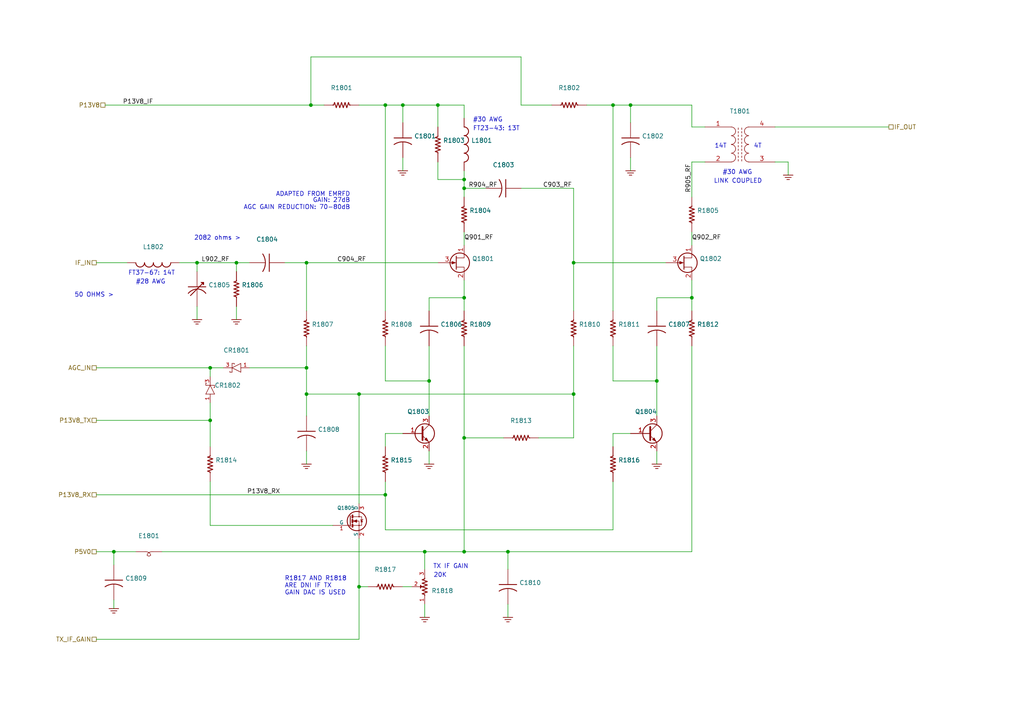
<source format=kicad_sch>
(kicad_sch (version 20211123) (generator eeschema)
  (paper "A4")
  (title_block (title "IF Amplifier with AGC") (rev "B") (company "WA6ZFT"))
  (lib_symbols
    (symbol "custom:BAT54" (pin_names (offset 1.016) hide)
      (property "Reference" "CR" (at -2.286 1.905 0))
      (property "Value" "BAT54" (at -2.286 -3.429 0))
      (symbol "BAT54_1_0"
        (polyline (pts (xy -1.27 -1.27) (xy 1.27 0)))
        (polyline (pts (xy -1.27 1.27) (xy -1.27 -1.27)))
        (polyline (pts (xy 0.635 -1.016) (xy 0.635 -1.27)))
        (polyline (pts (xy 1.27 -1.27) (xy 0.635 -1.27)))
        (polyline (pts (xy 1.27 0) (xy -1.27 1.27)))
        (polyline (pts (xy 1.27 0) (xy 1.27 -1.27)))
        (polyline (pts (xy 1.27 1.27) (xy 1.27 0)))
        (polyline (pts (xy 1.905 1.27) (xy 1.27 1.27)))
        (polyline (pts (xy 1.905 1.27) (xy 1.905 1.016)))
      )
      (symbol "BAT54_1_1"
        (pin passive line (at -3.81 0 0) (length 2.54) (name "A") (number "1"))
        (pin no_connect line (at -1.27 -5.08 0) (length 5.08) hide (name "") (number "2"))
        (pin passive line (at 3.81 0 180) (length 2.54) (name "C") (number "3"))
      )
    )
    (symbol "custom:BSS138" (pin_names (offset 0))
      (property "Reference" "Q" (at 0 -3.7846 0))
      (property "Value" "BSS138" (at 0 3.81 0))
      (symbol "BSS138_0_1"
        (polyline (pts (xy 0.635 -1.016) (xy 0.635 -1.651)) (stroke (width 0.508)))
        (polyline (pts (xy 0.635 0.381) (xy 0.635 -0.381)) (stroke (width 0.508)))
        (polyline (pts (xy 0.635 1.651) (xy 0.635 1.016)) (stroke (width 0.508)))
        (polyline (pts (xy 3.048 0.381) (xy 2.921 0.254)))
        (polyline (pts (xy 3.048 0.381) (xy 3.556 0.381)))
        (polyline (pts (xy 3.556 0.381) (xy 3.683 0.508)))
        (polyline (pts (xy 0 1.524) (xy 0 -1.524) (xy 0 -1.524)) (stroke (width 0.254)))
        (polyline (pts (xy 0.762 -1.27) (xy 2.54 -1.27) (xy 2.54 -2.54) (xy 2.54 -2.54)))
        (polyline (pts (xy 0.762 1.27) (xy 2.54 1.27) (xy 2.54 2.54) (xy 2.54 2.54)))
        (polyline (pts (xy 2.54 1.27) (xy 3.302 1.27) (xy 3.302 -1.27) (xy 2.54 -1.27)))
        (polyline (pts (xy 3.302 0.381) (xy 3.048 -0.254) (xy 3.556 -0.254) (xy 3.302 0.381)) (fill (type outline)))
        (polyline (pts (xy 0.762 0) (xy 1.27 0) (xy 2.54 0) (xy 2.54 -1.27) (xy 2.54 -1.27)))
        (polyline (pts (xy 0.889 0) (xy 1.905 0.381) (xy 1.905 -0.381) (xy 0.889 0) (xy 1.016 0) (xy 1.016 0)) (fill (type outline)))
        (circle (center 1.905 0) (radius 2.794) (stroke (width 0.254)))
        (circle (center 2.54 -1.27) (radius 0.127))
        (circle (center 2.54 1.27) (radius 0.127))
      )
      (symbol "BSS138_1_1"
        (pin passive line (at -5.08 -1.27 0) (length 5.08) (name "G") (number "1"))
        (pin passive line (at 2.54 -5.08 90) (length 2.54) (name "S") (number "2"))
        (pin passive line (at 2.54 5.08 270) (length 2.54) (name "D") (number "3"))
      )
    )
    (symbol "custom:CVAR_US" (pin_numbers hide) (pin_names (offset 0.254))
      (property "Reference" "C" (at 1.27 3.048 0))
      (property "Value" "CVAR_US" (at 1.27 -2.54 0))
      (symbol "CVAR_US_0_1"
        (arc (start 0 0) (mid -1.397 -0.381) (end -2.54 -1.27) (stroke (width 0.254)))
        (polyline (pts (xy -2.54 0.635) (xy 2.54 0.635) (xy 2.54 0.635)) (stroke (width 0.254)))
        (polyline (pts (xy -1.905 -1.905) (xy 1.905 1.905) (xy 1.905 1.905)) (stroke (width 0.254)))
        (polyline (pts (xy 1.27 1.905) (xy 1.905 1.27) (xy 1.905 1.905) (xy 1.27 1.905) (xy 1.27 1.905)) (stroke (width 0.254)) (fill (type outline)))
        (arc (start 2.54 -1.27) (mid 1.4199 -0.3352) (end 0 0) (stroke (width 0.254)))
      )
      (symbol "CVAR_US_1_1"
        (pin passive line (at 0 5.08 270) (length 4.318) (name "~") (number "1"))
        (pin passive line (at 0 -5.08 90) (length 5.08) (name "~") (number "2"))
      )
    )
    (symbol "custom:C_US_0805_0.1UF_X7R_10%_50V_HS" (pin_numbers hide) (pin_names (offset 0.254) hide)
      (property "Reference" "C" (at 1.27 2.54 0))
      (property "Value" "C_US_0805_0.1UF_X7R_10%_50V_HS" (at 1.27 -2.54 0))
      (symbol "C_US_0805_0.1UF_X7R_10%_50V_HS_0_1"
        (polyline (pts (xy -2.54 0.635) (xy 2.54 0.635) (xy 2.54 0.635)) (stroke (width 0.254)))
        (arc (start 2.54 -1.27) (mid 0 -0.5009) (end -2.54 -1.27) (stroke (width 0.254)))
      )
      (symbol "C_US_0805_0.1UF_X7R_10%_50V_HS_1_1"
        (pin passive line (at 0 5.08 270) (length 4.445) (name "~") (number "1"))
        (pin passive line (at 0 -5.08 90) (length 4.445) (name "~") (number "2"))
      )
    )
    (symbol "custom:FB0805" (pin_numbers hide) (pin_names (offset 1.016) hide)
      (property "Reference" "E" (at -4.318 1.27 0))
      (property "Value" "FB0805" (at -4.318 -4.064 0))
      (symbol "FB0805_1_0"
        (polyline (pts (xy -2.54 0) (xy -2.286 0)))
        (polyline (pts (xy -0.254 0) (xy 0 0)))
      )
      (symbol "FB0805_1_1"
        (arc (start -1.778 -1.016) (mid -1.27 -1.27) (end -0.762 -1.016))
        (arc (start -1.27 -0.254) (mid -1.7574 -0.0446) (end -2.286 0))
        (arc (start -1.27 -0.254) (mid -1.6002 -0.5842) (end -1.778 -1.016))
        (arc (start -0.762 -1.016) (mid -0.9352 -0.5811) (end -1.27 -0.254))
        (arc (start -0.254 0) (mid -0.7826 -0.0446) (end -1.27 -0.254))
        (pin passive line (at -5.08 0 0) (length 2.54) (name "1") (number "1"))
        (pin passive line (at 2.54 0 180) (length 2.54) (name "2") (number "2"))
      )
    )
    (symbol "custom:GND_US" (power) (pin_names (offset 0))
      (symbol "GND_US_0_1"
        (polyline (pts (xy -1.397 0) (xy 1.397 0)) (stroke (width 0.2032)))
        (polyline (pts (xy -0.889 -0.635) (xy 0.889 -0.635)) (stroke (width 0.2032)))
        (polyline (pts (xy -0.381 -1.27) (xy 0.381 -1.27)) (stroke (width 0.2032)))
      )
      (symbol "GND_US_1_1"
        (pin power_in line (at 0 0 90) (length 0) hide (name "GND") (number "1"))
      )
    )
    (symbol "custom:L_US" (pin_numbers hide) (pin_names (offset 1.016) hide)
      (property "Reference" "L" (at -1.27 0 90))
      (property "Value" "L_US" (at 2.54 0 90))
      (symbol "L_US_0_1"
        (arc (start 0 2.54) (mid 1.27 3.81) (end 0 5.08) (stroke (width 0.254)))
        (arc (start 0.0254 -5.0546) (mid 1.245 -3.7973) (end 0.0254 -2.54) (stroke (width 0.254)))
        (arc (start 0.0254 -2.5146) (mid 1.2704 -1.2319) (end 0.0254 0.0508) (stroke (width 0.254)))
        (arc (start 0.0254 0.0254) (mid 1.2704 1.3081) (end 0.0254 2.5908) (stroke (width 0.254)))
      )
      (symbol "L_US_1_1"
        (pin passive line (at 0 7.62 270) (length 2.54) (name "1") (number "1"))
        (pin passive line (at 0 -7.62 90) (length 2.54) (name "2") (number "2"))
      )
    )
    (symbol "custom:MMBFJ310" (pin_names (offset 0) hide)
      (property "Reference" "Q" (at 5.08 1.905 0))
      (property "Value" "MMBFJ310" (at 5.08 0 0))
      (symbol "MMBFJ310_0_1"
        (polyline (pts (xy 0.254 1.905) (xy 0.254 -1.905) (xy 0.254 -1.905)) (stroke (width 0.254)))
        (polyline (pts (xy 2.54 -2.54) (xy 2.54 -1.27) (xy 0.254 -1.27)))
        (polyline (pts (xy 2.54 2.54) (xy 2.54 1.397) (xy 0.254 1.397)))
        (polyline (pts (xy 0 0) (xy -1.016 0.381) (xy -1.016 -0.381) (xy 0 0)) (fill (type outline)))
        (circle (center 1.27 0) (radius 2.8194) (stroke (width 0.254)))
      )
      (symbol "MMBFJ310_1_1"
        (pin passive line (at 2.54 5.08 270) (length 2.54) (name "D") (number "1"))
        (pin passive line (at 2.54 -5.08 90) (length 2.54) (name "S") (number "2"))
        (pin input line (at -5.08 0 0) (length 5.334) (name "G") (number "3"))
      )
    )
    (symbol "custom:MMBT3904" (pin_names (offset 0) hide)
      (property "Reference" "Q" (at 5.08 1.905 0))
      (property "Value" "MMBT3904" (at 5.08 0 0))
      (symbol "MMBT3904_0_1"
        (polyline (pts (xy 0.635 0.635) (xy 2.54 2.54)))
        (polyline (pts (xy 0.635 -0.635) (xy 2.54 -2.54) (xy 2.54 -2.54)))
        (polyline (pts (xy 0.635 1.905) (xy 0.635 -1.905) (xy 0.635 -1.905)) (stroke (width 0.508)))
        (polyline (pts (xy 1.27 -1.778) (xy 1.778 -1.27) (xy 2.286 -2.286) (xy 1.27 -1.778) (xy 1.27 -1.778)) (fill (type outline)))
        (circle (center 1.27 0) (radius 2.8194) (stroke (width 0.254)))
      )
      (symbol "MMBT3904_1_1"
        (pin passive line (at -5.08 0 0) (length 5.715) (name "B") (number "1"))
        (pin passive line (at 2.54 -5.08 90) (length 2.54) (name "E") (number "2"))
        (pin passive line (at 2.54 5.08 270) (length 2.54) (name "C") (number "3"))
      )
    )
    (symbol "custom:POT_US" (pin_names (offset 0))
      (property "Reference" "R" (at 0 -3.81 0))
      (property "Value" "POT_US" (at 0 -2.032 0))
      (symbol "POT_US_0_0"
        (polyline (pts (xy -0.508 1.27) (xy 0.508 1.27) (xy 0 0.762)) (fill (type outline)))
        (polyline (pts (xy 0 0.762) (xy -0.508 -0.762) (xy -1.016 0.762) (xy -1.524 -0.762) (xy -2.032 0.762) (xy -2.286 0) (xy -2.54 0) (xy -2.54 0)) (stroke (width 0.254)))
        (polyline (pts (xy 0 0.762) (xy 0.508 -0.762) (xy 1.016 0.762) (xy 1.524 -0.762) (xy 2.032 0.762) (xy 2.286 0) (xy 2.54 0) (xy 2.54 0)) (stroke (width 0.254)))
      )
      (symbol "POT_US_1_1"
        (pin passive line (at -5.08 0 0) (length 2.54) (name "~") (number "1"))
        (pin passive line (at 0 3.81 270) (length 2.54) (name "~") (number "2"))
        (pin passive line (at 5.08 0 180) (length 2.54) (name "~") (number "3"))
      )
    )
    (symbol "custom:R_US" (pin_numbers hide) (pin_names (offset 1.016) hide)
      (property "Reference" "R" (at 2.032 0 90))
      (property "Value" "R_US" (at -2.032 0 90))
      (symbol "R_US_0_0"
        (polyline (pts (xy 0 -2.54) (xy 0 -2.54) (xy 0 -2.286) (xy -0.762 -2.032) (xy 0.762 -1.524) (xy -0.762 -1.016) (xy 0.762 -0.508) (xy -0.762 0) (xy 0.762 0.508) (xy -0.762 1.016) (xy 0.762 1.524) (xy -0.762 2.032) (xy 0 2.286) (xy 0 2.54) (xy 0 2.54)) (stroke (width 0.254)))
      )
      (symbol "R_US_1_1"
        (pin passive line (at 0 5.08 270) (length 2.54) (name "~") (number "1"))
        (pin passive line (at 0 -5.08 90) (length 2.54) (name "~") (number "2"))
      )
    )
    (symbol "custom:R_US_0805_1%_HS" (pin_numbers hide) (pin_names (offset 1.016) hide)
      (property "Reference" "R" (at 2.032 0 90))
      (property "Value" "R_US_0805_1%_HS" (at -2.032 0 90))
      (symbol "R_US_0805_1%_HS_0_0"
        (polyline (pts (xy 0 -2.54) (xy 0 -2.54) (xy 0 -2.286) (xy -0.762 -2.032) (xy 0.762 -1.524) (xy -0.762 -1.016) (xy 0.762 -0.508) (xy -0.762 0) (xy 0.762 0.508) (xy -0.762 1.016) (xy 0.762 1.524) (xy -0.762 2.032) (xy 0 2.286) (xy 0 2.54) (xy 0 2.54)) (stroke (width 0.254)))
      )
      (symbol "R_US_0805_1%_HS_1_1"
        (pin passive line (at 0 5.08 270) (length 2.54) (name "~") (number "1"))
        (pin passive line (at 0 -5.08 90) (length 2.54) (name "~") (number "2"))
      )
    )
    (symbol "custom:XFMR_RF" (pin_names (offset 1.016) hide)
      (property "Reference" "T" (at -0.254 -8.382 0))
      (property "Value" "XFMR_RF" (at 0 7.112 0))
      (symbol "XFMR_RF_0_1"
        (polyline (pts (xy -0.508 3.556) (xy -0.508 3.048)))
        (polyline (pts (xy 0.508 3.556) (xy 0.508 3.048)))
      )
      (symbol "XFMR_RF_1_1"
        (arc (start -2.54 -6.3246) (mid -1.6561 -5.9563) (end -1.27 -5.08))
        (arc (start -2.54 -3.7846) (mid -1.6561 -3.4163) (end -1.27 -2.54))
        (arc (start -2.54 -1.2446) (mid -1.6561 -0.8763) (end -1.27 0))
        (arc (start -2.54 1.2954) (mid -1.6561 1.6637) (end -1.27 2.54))
        (arc (start -1.27 -5.08) (mid -1.642 -4.182) (end -2.54 -3.81))
        (arc (start -1.27 -2.54) (mid -1.642 -1.642) (end -2.54 -1.27))
        (arc (start -1.27 0) (mid -1.642 0.898) (end -2.54 1.27))
        (arc (start -1.27 2.54) (mid -1.642 3.438) (end -2.54 3.81))
        (polyline (pts (xy -0.508 -5.588) (xy -0.508 -6.096)))
        (polyline (pts (xy -0.508 -4.572) (xy -0.508 -5.08)))
        (polyline (pts (xy -0.508 -3.556) (xy -0.508 -4.064)))
        (polyline (pts (xy -0.508 -2.54) (xy -0.508 -3.048)))
        (polyline (pts (xy -0.508 -1.524) (xy -0.508 -2.032)))
        (polyline (pts (xy -0.508 -0.508) (xy -0.508 -1.016)))
        (polyline (pts (xy -0.508 0.508) (xy -0.508 0)))
        (polyline (pts (xy -0.508 1.524) (xy -0.508 1.016)))
        (polyline (pts (xy -0.508 2.54) (xy -0.508 2.032)))
        (polyline (pts (xy 0.508 -5.588) (xy 0.508 -6.096)))
        (polyline (pts (xy 0.508 -4.572) (xy 0.508 -5.08)))
        (polyline (pts (xy 0.508 -3.556) (xy 0.508 -4.064)))
        (polyline (pts (xy 0.508 -2.54) (xy 0.508 -3.048)))
        (polyline (pts (xy 0.508 -1.524) (xy 0.508 -2.032)))
        (polyline (pts (xy 0.508 -0.508) (xy 0.508 -1.016)))
        (polyline (pts (xy 0.508 0.508) (xy 0.508 0)))
        (polyline (pts (xy 0.508 1.524) (xy 0.508 1.016)))
        (polyline (pts (xy 0.508 2.54) (xy 0.508 2.032)))
        (arc (start 1.2954 -2.54) (mid 1.6599 -3.4201) (end 2.54 -3.7846))
        (arc (start 1.2954 0) (mid 1.6599 -0.8801) (end 2.54 -1.2446))
        (arc (start 1.2954 2.54) (mid 1.6599 1.6599) (end 2.54 1.2954))
        (arc (start 1.3208 -5.08) (mid 1.6853 -5.9601) (end 2.5654 -6.3246))
        (arc (start 2.54 -1.27) (mid 1.6456 -1.6383) (end 1.2954 -2.54))
        (arc (start 2.54 1.27) (mid 1.6456 0.9017) (end 1.2954 0))
        (arc (start 2.54 3.81) (mid 1.6456 3.4417) (end 1.2954 2.54))
        (arc (start 2.5654 -3.81) (mid 1.671 -4.1783) (end 1.3208 -5.08))
        (pin passive line (at -10.16 3.81 0) (length 7.62) (name "PR1") (number "1"))
        (pin passive line (at -10.16 -6.35 0) (length 7.62) (name "PR2") (number "2"))
        (pin passive line (at 10.16 -6.35 180) (length 7.62) (name "S1") (number "3"))
        (pin passive line (at 10.16 3.81 180) (length 7.62) (name "S2") (number "4"))
      )
    )
  )
  (junction (at 60.96 121.92))
  (junction (at 127 30.48))
  (junction (at 104.14 114.3))
  (junction (at 88.9 114.3))
  (junction (at 190.5 110.49))
  (junction (at 147.32 160.02))
  (junction (at 200.66 86.36))
  (junction (at 104.14 170.18))
  (junction (at 33.02 160.02))
  (junction (at 90.17 30.48))
  (junction (at 134.62 54.61))
  (junction (at 166.37 114.3))
  (junction (at 134.62 160.02))
  (junction (at 182.88 30.48))
  (junction (at 57.15 76.2))
  (junction (at 123.19 160.02))
  (junction (at 134.62 52.07))
  (junction (at 166.37 76.2))
  (junction (at 134.62 127))
  (junction (at 68.58 76.2))
  (junction (at 111.76 30.48))
  (junction (at 134.62 86.36))
  (junction (at 116.84 30.48))
  (junction (at 60.96 106.68))
  (junction (at 88.9 76.2))
  (junction (at 88.9 106.68))
  (junction (at 111.76 143.51))
  (junction (at 177.8 30.48))
  (junction (at 124.46 110.49))
  (wire (pts (xy 33.02 160.02) (xy 39.37 160.02)))
  (wire (pts (xy 82.55 76.2) (xy 88.9 76.2)))
  (wire (pts (xy 134.62 160.02) (xy 123.19 160.02)))
  (wire (pts (xy 177.8 110.49) (xy 190.5 110.49)))
  (wire (pts (xy 111.76 139.7) (xy 111.76 143.51)))
  (wire (pts (xy 104.14 170.18) (xy 104.14 185.42)))
  (wire (pts (xy 146.05 127) (xy 134.62 127)))
  (wire (pts (xy 111.76 125.73) (xy 111.76 129.54)))
  (wire (pts (xy 182.88 30.48) (xy 200.66 30.48)))
  (wire (pts (xy 147.32 160.02) (xy 134.62 160.02)))
  (wire (pts (xy 96.52 152.4) (xy 60.96 152.4)))
  (wire (pts (xy 228.6 46.99) (xy 228.6 50.8)))
  (wire (pts (xy 46.99 160.02) (xy 123.19 160.02)))
  (wire (pts (xy 204.47 46.99) (xy 200.66 46.99)))
  (wire (pts (xy 177.8 30.48) (xy 170.18 30.48)))
  (wire (pts (xy 190.5 100.33) (xy 190.5 110.49)))
  (wire (pts (xy 151.13 30.48) (xy 151.13 16.51)))
  (wire (pts (xy 123.19 175.26) (xy 123.19 179.07)))
  (wire (pts (xy 111.76 30.48) (xy 116.84 30.48)))
  (wire (pts (xy 177.8 125.73) (xy 177.8 129.54)))
  (wire (pts (xy 200.66 86.36) (xy 200.66 90.17)))
  (wire (pts (xy 124.46 100.33) (xy 124.46 110.49)))
  (wire (pts (xy 156.21 127) (xy 166.37 127)))
  (wire (pts (xy 190.5 90.17) (xy 190.5 86.36)))
  (wire (pts (xy 88.9 76.2) (xy 127 76.2)))
  (wire (pts (xy 68.58 78.74) (xy 68.58 76.2)))
  (wire (pts (xy 90.17 30.48) (xy 93.98 30.48)))
  (wire (pts (xy 177.8 139.7) (xy 177.8 153.67)))
  (wire (pts (xy 116.84 35.56) (xy 116.84 30.48)))
  (wire (pts (xy 134.62 81.28) (xy 134.62 86.36)))
  (wire (pts (xy 88.9 90.17) (xy 88.9 76.2)))
  (wire (pts (xy 127 30.48) (xy 134.62 30.48)))
  (wire (pts (xy 111.76 30.48) (xy 111.76 90.17)))
  (wire (pts (xy 60.96 121.92) (xy 27.94 121.92)))
  (wire (pts (xy 124.46 130.81) (xy 124.46 134.62)))
  (wire (pts (xy 68.58 88.9) (xy 68.58 92.71)))
  (wire (pts (xy 88.9 114.3) (xy 104.14 114.3)))
  (wire (pts (xy 134.62 67.31) (xy 134.62 71.12)))
  (wire (pts (xy 177.8 30.48) (xy 177.8 90.17)))
  (wire (pts (xy 127 36.83) (xy 127 30.48)))
  (wire (pts (xy 60.96 129.54) (xy 60.96 121.92)))
  (wire (pts (xy 147.32 165.1) (xy 147.32 160.02)))
  (wire (pts (xy 60.96 152.4) (xy 60.96 139.7)))
  (wire (pts (xy 160.02 30.48) (xy 151.13 30.48)))
  (wire (pts (xy 57.15 78.74) (xy 57.15 76.2)))
  (wire (pts (xy 134.62 127) (xy 134.62 160.02)))
  (wire (pts (xy 111.76 100.33) (xy 111.76 110.49)))
  (wire (pts (xy 36.83 76.2) (xy 27.94 76.2)))
  (wire (pts (xy 166.37 76.2) (xy 166.37 90.17)))
  (wire (pts (xy 257.81 36.83) (xy 224.79 36.83)))
  (wire (pts (xy 111.76 30.48) (xy 104.14 30.48)))
  (wire (pts (xy 116.84 30.48) (xy 127 30.48)))
  (wire (pts (xy 134.62 57.15) (xy 134.62 54.61)))
  (wire (pts (xy 123.19 160.02) (xy 123.19 165.1)))
  (wire (pts (xy 200.66 67.31) (xy 200.66 71.12)))
  (wire (pts (xy 200.66 100.33) (xy 200.66 160.02)))
  (wire (pts (xy 72.39 76.2) (xy 68.58 76.2)))
  (wire (pts (xy 57.15 88.9) (xy 57.15 92.71)))
  (wire (pts (xy 72.39 106.68) (xy 88.9 106.68)))
  (wire (pts (xy 200.66 46.99) (xy 200.66 57.15)))
  (wire (pts (xy 111.76 153.67) (xy 177.8 153.67)))
  (wire (pts (xy 52.07 76.2) (xy 57.15 76.2)))
  (wire (pts (xy 124.46 86.36) (xy 134.62 86.36)))
  (wire (pts (xy 190.5 86.36) (xy 200.66 86.36)))
  (wire (pts (xy 134.62 30.48) (xy 134.62 34.29)))
  (wire (pts (xy 104.14 146.05) (xy 104.14 114.3)))
  (wire (pts (xy 57.15 76.2) (xy 68.58 76.2)))
  (wire (pts (xy 33.02 163.83) (xy 33.02 160.02)))
  (wire (pts (xy 177.8 100.33) (xy 177.8 110.49)))
  (wire (pts (xy 116.84 125.73) (xy 111.76 125.73)))
  (wire (pts (xy 193.04 76.2) (xy 166.37 76.2)))
  (wire (pts (xy 134.62 52.07) (xy 127 52.07)))
  (wire (pts (xy 111.76 110.49) (xy 124.46 110.49)))
  (wire (pts (xy 116.84 45.72) (xy 116.84 49.53)))
  (wire (pts (xy 151.13 54.61) (xy 166.37 54.61)))
  (wire (pts (xy 147.32 175.26) (xy 147.32 179.07)))
  (wire (pts (xy 224.79 46.99) (xy 228.6 46.99)))
  (wire (pts (xy 27.94 185.42) (xy 104.14 185.42)))
  (wire (pts (xy 151.13 16.51) (xy 90.17 16.51)))
  (wire (pts (xy 88.9 100.33) (xy 88.9 106.68)))
  (wire (pts (xy 166.37 54.61) (xy 166.37 76.2)))
  (wire (pts (xy 60.96 116.84) (xy 60.96 121.92)))
  (wire (pts (xy 200.66 81.28) (xy 200.66 86.36)))
  (wire (pts (xy 88.9 120.65) (xy 88.9 114.3)))
  (wire (pts (xy 166.37 114.3) (xy 166.37 100.33)))
  (wire (pts (xy 134.62 86.36) (xy 134.62 90.17)))
  (wire (pts (xy 200.66 30.48) (xy 200.66 36.83)))
  (wire (pts (xy 90.17 16.51) (xy 90.17 30.48)))
  (wire (pts (xy 134.62 52.07) (xy 134.62 49.53)))
  (wire (pts (xy 182.88 45.72) (xy 182.88 49.53)))
  (wire (pts (xy 60.96 106.68) (xy 27.94 106.68)))
  (wire (pts (xy 166.37 127) (xy 166.37 114.3)))
  (wire (pts (xy 124.46 110.49) (xy 124.46 120.65)))
  (wire (pts (xy 27.94 143.51) (xy 111.76 143.51)))
  (wire (pts (xy 134.62 54.61) (xy 134.62 52.07)))
  (wire (pts (xy 177.8 30.48) (xy 182.88 30.48)))
  (wire (pts (xy 64.77 106.68) (xy 60.96 106.68)))
  (wire (pts (xy 33.02 173.99) (xy 33.02 176.53)))
  (wire (pts (xy 182.88 125.73) (xy 177.8 125.73)))
  (wire (pts (xy 140.97 54.61) (xy 134.62 54.61)))
  (wire (pts (xy 200.66 160.02) (xy 147.32 160.02)))
  (wire (pts (xy 104.14 156.21) (xy 104.14 170.18)))
  (wire (pts (xy 190.5 110.49) (xy 190.5 120.65)))
  (wire (pts (xy 134.62 100.33) (xy 134.62 127)))
  (wire (pts (xy 27.94 160.02) (xy 33.02 160.02)))
  (wire (pts (xy 124.46 90.17) (xy 124.46 86.36)))
  (wire (pts (xy 104.14 114.3) (xy 166.37 114.3)))
  (wire (pts (xy 182.88 35.56) (xy 182.88 30.48)))
  (wire (pts (xy 119.38 170.18) (xy 116.84 170.18)))
  (wire (pts (xy 111.76 143.51) (xy 111.76 153.67)))
  (wire (pts (xy 106.68 170.18) (xy 104.14 170.18)))
  (wire (pts (xy 204.47 36.83) (xy 200.66 36.83)))
  (wire (pts (xy 60.96 106.68) (xy 60.96 109.22)))
  (wire (pts (xy 127 52.07) (xy 127 46.99)))
  (wire (pts (xy 30.48 30.48) (xy 90.17 30.48)))
  (wire (pts (xy 88.9 106.68) (xy 88.9 114.3)))
  (wire (pts (xy 190.5 130.81) (xy 190.5 134.62)))
  (wire (pts (xy 88.9 130.81) (xy 88.9 134.62)))
  (text "20K" (at 125.73 167.64 0) (effects (font (size 1.27 1.27)) (justify left bottom)))
  (text "#28 AWG" (at 39.37 82.55 0) (effects (font (size 1.27 1.27)) (justify left bottom)))
  (text "FT37-67: 14T" (at 50.8 80.01 180) (effects (font (size 1.27 1.27)) (justify right bottom)))
  (text "50 OHMS >" (at 21.59 86.36 0) (effects (font (size 1.27 1.27)) (justify left bottom)))
  (text "R1817 AND R1818\nARE DNI IF TX\nGAIN DAC IS USED" (at 82.55 172.72 0) (effects (font (size 1.27 1.27)) (justify left bottom)))
  (text "#30 AWG" (at 209.55 50.8 0) (effects (font (size 1.27 1.27)) (justify left bottom)))
  (text "2082 ohms >" (at 69.85 69.85 180) (effects (font (size 1.27 1.27)) (justify right bottom)))
  (text "TX IF GAIN" (at 135.89 165.1 180) (effects (font (size 1.27 1.27)) (justify right bottom)))
  (text "FT23-43: 13T" (at 137.16 38.1 0) (effects (font (size 1.27 1.27)) (justify left bottom)))
  (text "4T" (at 220.98 43.18 180) (effects (font (size 1.27 1.27)) (justify right bottom)))
  (text "LINK COUPLED" (at 207.01 53.34 0) (effects (font (size 1.27 1.27)) (justify left bottom)))
  (text "ADAPTED FROM EMRFD" (at 101.6 57.15 180) (effects (font (size 1.27 1.27)) (justify right bottom)))
  (text "#30 AWG" (at 137.16 35.56 0) (effects (font (size 1.27 1.27)) (justify left bottom)))
  (text "14T" (at 210.82 43.18 180) (effects (font (size 1.27 1.27)) (justify right bottom)))
  (text "GAIN: 27dB\nAGC GAIN REDUCTION: 70-80dB" (at 101.6 60.96 180) (effects (font (size 1.27 1.27)) (justify right bottom)))
  (label "R904_RF" (at 135.89 54.61 0))
  (label "Q902_RF" (at 200.66 69.85 0))
  (label "R905_RF" (at 200.66 55.88 90))
  (label "Q901_RF" (at 134.62 69.85 0))
  (label "C904_RF" (at 97.79 76.2 0))
  (label "P13V8_IF" (at 44.45 30.48 180))
  (label "P13V8_RX" (at 81.28 143.51 180))
  (label "C903_RF" (at 157.48 54.61 0))
  (label "L902_RF" (at 58.42 76.2 0))
  (hierarchical_label "AGC_IN" (shape passive) (at 27.94 106.68 180))
  (hierarchical_label "P13V8_TX" (shape passive) (at 27.94 121.92 180))
  (hierarchical_label "P13V8" (shape passive) (at 30.48 30.48 180))
  (hierarchical_label "P13V8_RX" (shape passive) (at 27.94 143.51 180))
  (hierarchical_label "IF_OUT" (shape passive) (at 257.81 36.83 0))
  (hierarchical_label "IF_IN" (shape passive) (at 27.94 76.2 180))
  (hierarchical_label "P5V0" (shape passive) (at 27.94 160.02 180))
  (hierarchical_label "TX_IF_GAIN" (shape passive) (at 27.94 185.42 180))
  (symbol (lib_id "custom:C_US_0805_0.1UF_X7R_10%_50V_HS") (at 147.32 170.18 0) (unit 1)
    (property "Reference" "C1810" (at 150.622 169.0116 0) (effects (justify left)))
    (property "PartNumber" "800238-104" (effects hide))
  )
  (symbol (lib_id "custom:GND_US") (at 147.32 179.07 0) (unit 1)
    (property "Reference" "#PWR01811" (effects hide))
    (property "Value" "GND_US" (effects hide))
  )
  (symbol (lib_id "custom:FB0805") (at 44.45 160.02 0) (unit 1)
    (property "Reference" "E1801" (at 43.18 155.4226 0))
    (property "PartNumber" "800245-601" (effects hide))
  )
  (symbol (lib_id "custom:C_US_0805_0.1UF_X7R_10%_50V_HS") (at 33.02 168.91 0) (unit 1)
    (property "Reference" "C1809" (at 36.322 167.7416 0) (effects (justify left)))
    (property "PartNumber" "800238-104" (effects hide))
  )
  (symbol (lib_id "custom:GND_US") (at 33.02 176.53 0) (unit 1)
    (property "Reference" "#PWR01809" (effects hide))
    (property "Value" "GND_US" (effects hide))
  )
  (symbol (lib_id "custom:MMBFJ310") (at 132.08 76.2 0) (unit 1)
    (property "Reference" "Q1801" (at 136.906 75.0316 0) (effects (justify left)))
    (property "PartNumber" "800263-101" (effects hide))
  )
  (symbol (lib_id "custom:R_US_0805_1%_HS") (at 68.58 83.82 0) (unit 1)
    (property "Reference" "R1806" (at 70.104 82.6516 0) (effects (justify left)))
    (property "PartNumber" "800235-222" (effects hide))
  )
  (symbol (lib_id "custom:GND_US") (at 68.58 92.71 0) (unit 1)
    (property "Reference" "#PWR01805" (effects hide))
    (property "Value" "GND_US" (effects hide))
  )
  (symbol (lib_id "custom:C_US_0805_0.1UF_X7R_10%_50V_HS") (at 77.47 76.2 270) (unit 1)
    (property "Reference" "C1804" (at 77.47 69.4182 90))
    (property "PartNumber" "800239-103" (effects hide))
  )
  (symbol (lib_id "custom:R_US_0805_1%_HS") (at 88.9 95.25 0) (unit 1)
    (property "Reference" "R1807" (at 90.424 94.0816 0) (effects (justify left)))
    (property "PartNumber" "800235-393" (effects hide))
  )
  (symbol (lib_id "custom:C_US_0805_0.1UF_X7R_10%_50V_HS") (at 88.9 125.73 0) (unit 1)
    (property "Reference" "C1808" (at 92.202 124.5616 0) (effects (justify left)))
    (property "PartNumber" "800238-104" (effects hide))
  )
  (symbol (lib_id "custom:GND_US") (at 88.9 134.62 0) (unit 1)
    (property "Reference" "#PWR01806" (effects hide))
    (property "Value" "GND_US" (effects hide))
  )
  (symbol (lib_id "custom:BAT54") (at 68.58 106.68 180) (unit 1)
    (property "Reference" "CR1801" (at 68.58 101.6 0))
    (property "PartNumber" "800127-101" (effects hide))
  )
  (symbol (lib_id "custom:BSS138") (at 101.6 151.13 0) (unit 1)
    (property "Reference" "Q1805" (at 97.79 147.32 0) (effects (font (size 1.016 1.016)) (justify left)))
    (property "PartNumber" "800236-101" (effects hide))
  )
  (symbol (lib_id "custom:R_US_0805_1%_HS") (at 60.96 134.62 0) (unit 1)
    (property "Reference" "R1814" (at 62.484 133.4516 0) (effects (justify left)))
    (property "PartNumber" "800235-274" (effects hide))
  )
  (symbol (lib_id "custom:POT_US") (at 123.19 170.18 90) (unit 1)
    (property "Reference" "R1818" (at 125.1458 171.3484 90) (effects (justify right)))
    (property "PartNumber" "800249-203" (effects hide))
  )
  (symbol (lib_id "custom:GND_US") (at 123.19 179.07 0) (unit 1)
    (property "Reference" "#PWR01810" (effects hide))
    (property "Value" "GND_US" (effects hide))
  )
  (symbol (lib_id "custom:MMBT3904") (at 121.92 125.73 0) (unit 1)
    (property "Reference" "Q1803" (at 118.11 119.38 0) (effects (justify left)))
    (property "PartNumber" "800259-101" (effects hide))
  )
  (symbol (lib_id "custom:C_US_0805_0.1UF_X7R_10%_50V_HS") (at 124.46 95.25 0) (unit 1)
    (property "Reference" "C1806" (at 127.762 94.0816 0) (effects (justify left)))
    (property "PartNumber" "800238-104" (effects hide))
  )
  (symbol (lib_id "custom:R_US_0805_1%_HS") (at 111.76 134.62 0) (unit 1)
    (property "Reference" "R1815" (at 113.284 133.4516 0) (effects (justify left)))
    (property "PartNumber" "800235-103" (effects hide))
  )
  (symbol (lib_id "custom:R_US_0805_1%_HS") (at 134.62 95.25 0) (unit 1)
    (property "Reference" "R1809" (at 136.144 94.0816 0) (effects (justify left)))
    (property "PartNumber" "800235-391" (effects hide))
  )
  (symbol (lib_id "custom:CVAR_US") (at 57.15 83.82 0) (unit 1)
    (property "Reference" "C1805" (at 60.452 82.6516 0) (effects (justify left)))
    (property "PartNumber" "800241-600" (effects hide))
  )
  (symbol (lib_id "custom:R_US_0805_1%_HS") (at 111.76 95.25 0) (unit 1)
    (property "Reference" "R1808" (at 113.284 94.0816 0) (effects (justify left)))
    (property "PartNumber" "800235-393" (effects hide))
  )
  (symbol (lib_id "custom:GND_US") (at 124.46 134.62 0) (unit 1)
    (property "Reference" "#PWR01807" (effects hide))
    (property "Value" "GND_US" (effects hide))
  )
  (symbol (lib_id "custom:R_US_0805_1%_HS") (at 134.62 62.23 0) (unit 1)
    (property "Reference" "R1804" (at 136.144 61.0616 0) (effects (justify left)))
    (property "PartNumber" "800235-820" (effects hide))
  )
  (symbol (lib_id "custom:L_US") (at 134.62 41.91 0) (unit 1)
    (property "Reference" "L1801" (at 136.6774 40.7416 0) (effects (justify left)))
    (property "PartNumber" "800257-023" (effects hide))
  )
  (symbol (lib_id "custom:R_US_0805_1%_HS") (at 127 41.91 0) (unit 1)
    (property "Reference" "R1803" (at 128.524 40.7416 0) (effects (justify left)))
    (property "PartNumber" "800235-222" (effects hide))
  )
  (symbol (lib_id "custom:R_US_0805_1%_HS") (at 99.06 30.48 270) (unit 1)
    (property "Reference" "R1801" (at 99.06 25.4762 90))
    (property "PartNumber" "800235-820" (effects hide))
  )
  (symbol (lib_id "custom:C_US_0805_0.1UF_X7R_10%_50V_HS") (at 116.84 40.64 0) (unit 1)
    (property "Reference" "C1801" (at 120.142 39.4716 0) (effects (justify left)))
    (property "PartNumber" "800238-104" (effects hide))
  )
  (symbol (lib_id "custom:GND_US") (at 116.84 49.53 0) (unit 1)
    (property "Reference" "#PWR01801" (effects hide))
    (property "Value" "GND_US" (effects hide))
  )
  (symbol (lib_id "custom:C_US_0805_0.1UF_X7R_10%_50V_HS") (at 146.05 54.61 270) (unit 1)
    (property "Reference" "C1803" (at 146.05 47.8282 90))
    (property "PartNumber" "800239-103" (effects hide))
  )
  (symbol (lib_id "custom:MMBFJ310") (at 198.12 76.2 0) (unit 1)
    (property "Reference" "Q1802" (at 202.946 75.0316 0) (effects (justify left)))
    (property "PartNumber" "800263-101" (effects hide))
  )
  (symbol (lib_id "custom:MMBT3904") (at 187.96 125.73 0) (unit 1)
    (property "Reference" "Q1804" (at 184.15 119.38 0) (effects (justify left)))
    (property "PartNumber" "800259-101" (effects hide))
  )
  (symbol (lib_id "custom:C_US_0805_0.1UF_X7R_10%_50V_HS") (at 190.5 95.25 0) (unit 1)
    (property "Reference" "C1807" (at 193.802 94.0816 0) (effects (justify left)))
    (property "PartNumber" "800238-104" (effects hide))
  )
  (symbol (lib_id "custom:R_US_0805_1%_HS") (at 177.8 134.62 0) (unit 1)
    (property "Reference" "R1816" (at 179.324 133.4516 0) (effects (justify left)))
    (property "PartNumber" "800235-103" (effects hide))
  )
  (symbol (lib_id "custom:R_US_0805_1%_HS") (at 200.66 95.25 0) (unit 1)
    (property "Reference" "R1812" (at 202.184 94.0816 0) (effects (justify left)))
    (property "PartNumber" "800235-391" (effects hide))
  )
  (symbol (lib_id "custom:R_US_0805_1%_HS") (at 177.8 95.25 0) (unit 1)
    (property "Reference" "R1811" (at 179.324 94.0816 0) (effects (justify left)))
    (property "PartNumber" "800235-393" (effects hide))
  )
  (symbol (lib_id "custom:GND_US") (at 190.5 134.62 0) (unit 1)
    (property "Reference" "#PWR01808" (effects hide))
    (property "Value" "GND_US" (effects hide))
  )
  (symbol (lib_id "custom:R_US_0805_1%_HS") (at 200.66 62.23 0) (unit 1)
    (property "Reference" "R1805" (at 202.184 61.0616 0) (effects (justify left)))
    (property "PartNumber" "800235-820" (effects hide))
  )
  (symbol (lib_id "custom:C_US_0805_0.1UF_X7R_10%_50V_HS") (at 182.88 40.64 0) (unit 1)
    (property "Reference" "C1802" (at 186.182 39.4716 0) (effects (justify left)))
    (property "PartNumber" "800238-104" (effects hide))
  )
  (symbol (lib_id "custom:GND_US") (at 182.88 49.53 0) (unit 1)
    (property "Reference" "#PWR01802" (effects hide))
    (property "Value" "GND_US" (effects hide))
  )
  (symbol (lib_id "custom:BAT54") (at 60.96 113.03 90) (unit 1)
    (property "Reference" "CR1802" (at 66.04 111.76 90))
    (property "PartNumber" "800127-101" (effects hide))
  )
  (symbol (lib_id "custom:R_US_0805_1%_HS") (at 165.1 30.48 270) (unit 1)
    (property "Reference" "R1802" (at 165.1 25.4762 90))
    (property "PartNumber" "800235-820" (effects hide))
  )
  (symbol (lib_id "custom:R_US_0805_1%_HS") (at 166.37 95.25 0) (unit 1)
    (property "Reference" "R1810" (at 167.894 94.0816 0) (effects (justify left)))
    (property "PartNumber" "800235-393" (effects hide))
  )
  (symbol (lib_id "custom:R_US_0805_1%_HS") (at 151.13 127 270) (unit 1)
    (property "Reference" "R1813" (at 151.13 121.9962 90))
    (property "PartNumber" "800235-274" (effects hide))
  )
  (symbol (lib_id "custom:XFMR_RF") (at 214.63 40.64 0) (unit 1)
    (property "Reference" "T1801" (at 214.63 32.2326 0))
    (property "PartNumber" "800257-037" (effects hide))
  )
  (symbol (lib_id "custom:GND_US") (at 228.6 50.8 0) (unit 1)
    (property "Reference" "#PWR01803" (effects hide))
    (property "Value" "GND_US" (effects hide))
  )
  (symbol (lib_id "custom:L_US") (at 44.45 76.2 270) (unit 1)
    (property "Reference" "L1802" (at 44.45 71.6026 90))
    (property "PartNumber" "800307-101" (effects hide))
  )
  (symbol (lib_id "custom:GND_US") (at 57.15 92.71 0) (unit 1)
    (property "Reference" "#PWR01804" (effects hide))
    (property "Value" "GND_US" (effects hide))
  )
  (symbol (lib_id "custom:R_US") (at 111.76 170.18 270) (unit 1)
    (property "Reference" "R1817" (at 111.76 165.1762 90))
    (property "PartNumber" "800235-000" (effects hide))
  )
)
</source>
